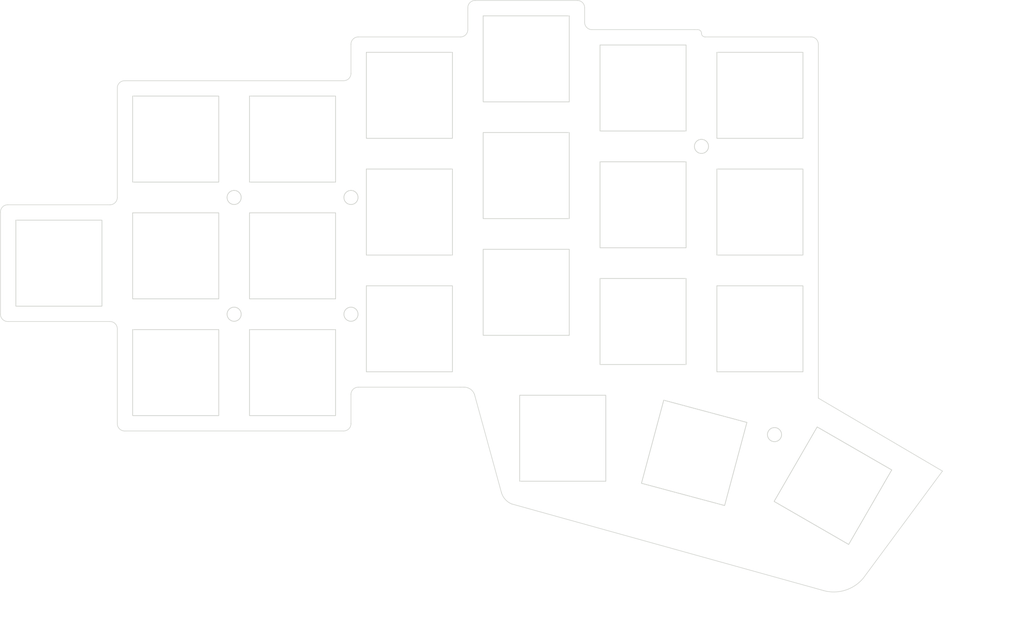
<source format=kicad_pcb>
(kicad_pcb (version 20211014) (generator pcbnew)
  (layers (0 "F.Cu" signal) (31 "B.Cu" signal) (34 "B.Paste" user) (35 "F.Paste" user) (36 "B.SilkS" user "B.Silkscreen") (37 "F.SilkS" user "F.Silkscreen") (38 "B.Mask" user) (39 "F.Mask" user) (44 "Edge.Cuts" user))
  (net 0 "")
  (footprint "sat1l:MXOnly-1U-Cutout-19mm" (layer "F.Cu") (at -8.3125 28.5)
    (fp_text reference "K16")
    (fp_text value "KEYSW")
    (fp_rect (start -7 -7) (end 7 7) (layer "Edge.Cuts") (width 0.12) (fill none))
  )
  (footprint "sat1l:MXOnly-1U-Cutout-19mm" (layer "F.Cu") (at -46.3125 41.5625)
    (fp_text reference "K23")
    (fp_text value "KEYSW")
    (fp_rect (start -7 -7) (end 7 7) (layer "Edge.Cuts") (width 0.12) (fill none))
  )
  (footprint "sat1l:MXOnly-1U-Cutout-19mm" (layer "F.Cu") (at -27.3125 46.3125)
    (fp_text reference "K24")
    (fp_text value "KEYSW")
    (fp_rect (start -7 -7) (end 7 7) (layer "Edge.Cuts") (width 0.12) (fill none))
  )
  (footprint "sat1l:MXOnly-1U-Cutout-19mm" (layer "F.Cu") (at -46.3125 22.5625)
    (fp_text reference "K14")
    (fp_text value "KEYSW")
    (fp_rect (start -7 -7) (end 7 7) (layer "Edge.Cuts") (width 0.12) (fill none))
  )
  (footprint "sat1l:MXOnly-1U-Cutout-19mm" (layer "F.Cu") (at -46.3125 3.5625)
    (fp_text reference "K03")
    (fp_text value "KEYSW")
    (fp_rect (start -7 -7) (end 7 7) (layer "Edge.Cuts") (width 0.12) (fill none))
  )
  (footprint "sat1l:MXOnly-1U-Cutout-19mm" (layer "F.Cu") (at -103.3125 35.625)
    (fp_text reference "K11")
    (fp_text value "KEYSW")
    (fp_rect (start -7 -7) (end 7 7) (layer "Edge.Cuts") (width 0.12) (fill none))
  )
  (footprint "sat1l:MXOnly-1U-Cutout-19mm" (layer "F.Cu") (at -8.3125 9.5)
    (fp_text reference "K05")
    (fp_text value "KEYSW")
    (fp_rect (start -7 -7) (end 7 7) (layer "Edge.Cuts") (width 0.12) (fill none))
  )
  (footprint "sat1l:MXOnly-1U-Cutout-19mm" (layer "F.Cu") (at -65.3125 28.5)
    (fp_text reference "K13")
    (fp_text value "KEYSW")
    (fp_rect (start -7 -7) (end 7 7) (layer "Edge.Cuts") (width 0.12) (fill none))
  )
  (footprint "sat1l:MXOnly-1U-Cutout-19mm" (layer "F.Cu") (at -40.375 65.3125)
    (fp_text reference "K30")
    (fp_text value "KEYSW")
    (fp_rect (start -7 -7) (end 7 7) (layer "Edge.Cuts") (width 0.12) (fill none))
  )
  (footprint "sat1l:M2-Plate-Hole" (layer "F.Cu") (at -74.8125 26.125)
    (fp_text reference "H6")
    (fp_text value "MountingHole")
    (fp_circle (center 0 0) (end 1.15 0) (layer "Edge.Cuts") (width 0.12) (fill none))
  )
  (footprint "sat1l:MXOnly-1U-Cutout-19mm" (layer "F.Cu") (at -84.3125 35.625)
    (fp_text reference "K12")
    (fp_text value "KEYSW")
    (fp_rect (start -7 -7) (end 7 7) (layer "Edge.Cuts") (width 0.12) (fill none))
  )
  (footprint "sat1l:MXOnly-1U-Cutout-19mm" (layer "F.Cu") (at -84.3125 54.625)
    (fp_text reference "K21")
    (fp_text value "KEYSW")
    (fp_rect (start -7 -7) (end 7 7) (layer "Edge.Cuts") (width 0.12) (fill none))
  )
  (footprint "sat1l:M2-Plate-Hole" (layer "F.Cu") (at -5.9375 64.71875)
    (fp_text reference "H4")
    (fp_text value "MountingHole")
    (fp_circle (center 0 0) (end 1.15 0) (layer "Edge.Cuts") (width 0.12) (fill none))
  )
  (footprint "sat1l:MXOnly-1U-Cutout-19mm" (layer "F.Cu") (at -103.3125 54.625)
    (fp_text reference "K20")
    (fp_text value "KEYSW")
    (fp_rect (start -7 -7) (end 7 7) (layer "Edge.Cuts") (width 0.12) (fill none))
  )
  (footprint "sat1l:M2-Plate-Hole" (layer "F.Cu") (at -93.8125 26.125)
    (fp_text reference "H5")
    (fp_text value "MountingHole")
    (fp_circle (center 0 0) (end 1.15 0) (layer "Edge.Cuts") (width 0.12) (fill none))
  )
  (footprint "sat1l:MXOnly-1U-Cutout-19mm" (layer "F.Cu") (at -65.3125 9.5)
    (fp_text reference "K02")
    (fp_text value "KEYSW")
    (fp_rect (start -7 -7) (end 7 7) (layer "Edge.Cuts") (width 0.12) (fill none))
  )
  (footprint "sat1l:MXOnly-1.5U-Cutout-19mm" (layer "F.Cu") (at 3.5625 73.03125 60)
    (fp_text reference "K32")
    (fp_text value "KEYSW")
    (fp_rect (start -7 -7) (end 7 7) (layer "Edge.Cuts") (width 0.12) (fill none))
  )
  (footprint "sat1l:M2-Plate-Hole" (layer "F.Cu") (at -93.8125 45.125)
    (fp_text reference "H2")
    (fp_text value "MountingHole")
    (fp_circle (center 0 0) (end 1.15 0) (layer "Edge.Cuts") (width 0.12) (fill none))
  )
  (footprint "sat1l:MXOnly-1U-Cutout-19mm" (layer "F.Cu") (at -122.3125 36.8125)
    (fp_text reference "K10")
    (fp_text value "KEYSW")
    (fp_rect (start -7 -7) (end 7 7) (layer "Edge.Cuts") (width 0.12) (fill none))
  )
  (footprint "sat1l:MXOnly-1U-Cutout-19mm" (layer "F.Cu") (at -19 67.6875 -15)
    (fp_text reference "K31")
    (fp_text value "KEYSW")
    (fp_rect (start -7 -7) (end 7 7) (layer "Edge.Cuts") (width 0.12) (fill none))
  )
  (footprint "sat1l:MXOnly-1U-Cutout-19mm" (layer "F.Cu") (at -27.3125 27.3125)
    (fp_text reference "K15")
    (fp_text value "KEYSW")
    (fp_rect (start -7 -7) (end 7 7) (layer "Edge.Cuts") (width 0.12) (fill none))
  )
  (footprint "sat1l:M2-Plate-Hole" (layer "F.Cu") (at -17.8125 17.8125)
    (fp_text reference "H3")
    (fp_text value "MountingHole")
    (fp_circle (center 0 0) (end 1.15 0) (layer "Edge.Cuts") (width 0.12) (fill none))
  )
  (footprint "sat1l:M2-Plate-Hole" (layer "F.Cu") (at -74.8125 45.125)
    (fp_text reference "H1")
    (fp_text value "MountingHole")
    (fp_circle (center 0 0) (end 1.15 0) (layer "Edge.Cuts") (width 0.12) (fill none))
  )
  (footprint "sat1l:MXOnly-1U-Cutout-19mm" (layer "F.Cu") (at -103.3125 16.625)
    (fp_text reference "K00")
    (fp_text value "KEYSW")
    (fp_rect (start -7 -7) (end 7 7) (layer "Edge.Cuts") (width 0.12) (fill none))
  )
  (footprint "sat1l:MXOnly-1U-Cutout-19mm" (layer "F.Cu") (at -27.3125 8.3125)
    (fp_text reference "K04")
    (fp_text value "KEYSW")
    (fp_rect (start -7 -7) (end 7 7) (layer "Edge.Cuts") (width 0.12) (fill none))
  )
  (footprint "sat1l:MXOnly-1U-Cutout-19mm" (layer "F.Cu") (at -8.3125 47.5)
    (fp_text reference "K25")
    (fp_text value "KEYSW")
    (fp_rect (start -7 -7) (end 7 7) (layer "Edge.Cuts") (width 0.12) (fill none))
  )
  (footprint "sat1l:MXOnly-1U-Cutout-19mm" (layer "F.Cu") (at -65.3125 47.5)
    (fp_text reference "K22")
    (fp_text value "KEYSW")
    (fp_rect (start -7 -7) (end 7 7) (layer "Edge.Cuts") (width 0.12) (fill none))
  )
  (footprint "sat1l:MXOnly-1U-Cutout-19mm" (layer "F.Cu") (at -84.3125 16.625)
    (fp_text reference "K01")
    (fp_text value "KEYSW")
    (fp_rect (start -7 -7) (end 7 7) (layer "Edge.Cuts") (width 0.12) (fill none))
  )
  (gr_line (start 2.099296 90.117562) (end -48.6875 76) (layer "Edge.Cuts") (width 0.1))
  (gr_line (start -111.625 64.125) (end -76 64.125) (layer "Edge.Cuts") (width 0.1))
  (gr_arc (start -17.21875 0) (mid -17.638609 -0.173891) (end -17.8125 -0.59375) (layer "Edge.Cuts") (width 0.1))
  (gr_line (start -131.8125 28.5) (end -131.8125 45.125) (layer "Edge.Cuts") (width 0.1))
  (gr_line (start -73.625 57) (end -57 57) (layer "Edge.Cuts") (width 0.1))
  (gr_arc (start 8.4875 88.09875) (mid 5.586439 90.035438) (end 2.099296 90.117562) (layer "Edge.Cuts") (width 0.1))
  (gr_arc (start -112.8125 8.3125) (mid -112.464689 7.472811) (end -111.625 7.125) (layer "Edge.Cuts") (width 0.1))
  (gr_line (start 1.1875 58.78125) (end 21.375 70.65625) (layer "Edge.Cuts") (width 0.1))
  (gr_line (start 8.4875 88.09875) (end 21.375 70.65625) (layer "Edge.Cuts") (width 0.1))
  (gr_line (start -38 -5.9375) (end -54.625 -5.9375) (layer "Edge.Cuts") (width 0.1))
  (gr_line (start -112.8125 47.5) (end -112.8125 62.9375) (layer "Edge.Cuts") (width 0.1))
  (gr_arc (start -74.8125 1.1875) (mid -74.464689 0.347811) (end -73.625 0) (layer "Edge.Cuts") (width 0.1))
  (gr_line (start -57 0) (end -73.625 0) (layer "Edge.Cuts") (width 0.1))
  (gr_arc (start -114 46.3125) (mid -113.160311 46.660311) (end -112.8125 47.5) (layer "Edge.Cuts") (width 0.1))
  (gr_line (start -130.625 46.3125) (end -114 46.3125) (layer "Edge.Cuts") (width 0.1))
  (gr_line (start -112.8125 26.125) (end -112.8125 8.3125) (layer "Edge.Cuts") (width 0.1))
  (gr_line (start -55.8125 -1.1875) (end -55.8125 -4.75) (layer "Edge.Cuts") (width 0.1))
  (gr_arc (start 0 0) (mid 0.839707 0.347808) (end 1.1875 1.1875) (layer "Edge.Cuts") (width 0.1))
  (gr_arc (start -55.8125 -4.75) (mid -55.464689 -5.589689) (end -54.625 -5.9375) (layer "Edge.Cuts") (width 0.1))
  (gr_arc (start -56.40625 57) (mid -55.364747 57.336241) (end -54.716408 58.217969) (layer "Edge.Cuts") (width 0.1))
  (gr_arc (start -130.625 46.3125) (mid -131.464689 45.964689) (end -131.8125 45.125) (layer "Edge.Cuts") (width 0.1))
  (gr_arc (start -131.8125 28.5) (mid -131.464689 27.660311) (end -130.625 27.3125) (layer "Edge.Cuts") (width 0.1))
  (gr_line (start 1.1875 1.1875) (end 1.1875 58.78125) (layer "Edge.Cuts") (width 0.1))
  (gr_line (start -76 7.125) (end -111.625 7.125) (layer "Edge.Cuts") (width 0.1))
  (gr_arc (start -74.8125 58.1875) (mid -74.464689 57.347811) (end -73.625 57) (layer "Edge.Cuts") (width 0.1))
  (gr_line (start -54.716408 58.217969) (end -50.343382 74.156066) (layer "Edge.Cuts") (width 0.1))
  (gr_line (start -57 57) (end -56.40625 57) (layer "Edge.Cuts") (width 0.1))
  (gr_line (start -74.8125 5.9375) (end -74.8125 1.1875) (layer "Edge.Cuts") (width 0.1))
  (gr_arc (start -111.625 64.125) (mid -112.464689 63.777189) (end -112.8125 62.9375) (layer "Edge.Cuts") (width 0.1))
  (gr_line (start -74.8125 58.1875) (end -74.8125 62.9375) (layer "Edge.Cuts") (width 0.1))
  (gr_line (start -19 -1.1875) (end -35.625 -1.1875) (layer "Edge.Cuts") (width 0.1))
  (gr_line (start 0 0) (end -17.21875 0) (layer "Edge.Cuts") (width 0.1))
  (gr_arc (start -74.8125 62.9375) (mid -75.160311 63.777189) (end -76 64.125) (layer "Edge.Cuts") (width 0.1))
  (gr_arc (start -112.8125 26.125) (mid -113.160311 26.964689) (end -114 27.3125) (layer "Edge.Cuts") (width 0.1))
  (gr_arc (start -55.8125 -1.1875) (mid -56.160311 -0.347811) (end -57 0) (layer "Edge.Cuts") (width 0.1))
  (gr_arc (start -38 -5.9375) (mid -37.160311 -5.589689) (end -36.8125 -4.75) (layer "Edge.Cuts") (width 0.1))
  (gr_line (start -19 -1.1875) (end -18.40625 -1.1875) (layer "Edge.Cuts") (width 0.1))
  (gr_arc (start -74.8125 5.9375) (mid -75.160311 6.777189) (end -76 7.125) (layer "Edge.Cuts") (width 0.1))
  (gr_arc (start -48.6875 76) (mid -49.720852 75.262496) (end -50.343382 74.156066) (layer "Edge.Cuts") (width 0.1))
  (gr_arc (start -35.625 -1.1875) (mid -36.464689 -1.535311) (end -36.8125 -2.375) (layer "Edge.Cuts") (width 0.1))
  (gr_arc (start -18.40625 -1.1875) (mid -17.986391 -1.013609) (end -17.8125 -0.59375) (layer "Edge.Cuts") (width 0.1))
  (gr_line (start -114 27.3125) (end -130.625 27.3125) (layer "Edge.Cuts") (width 0.1))
  (gr_line (start -36.8125 -2.375) (end -36.8125 -4.75) (layer "Edge.Cuts") (width 0.1))
)
</source>
